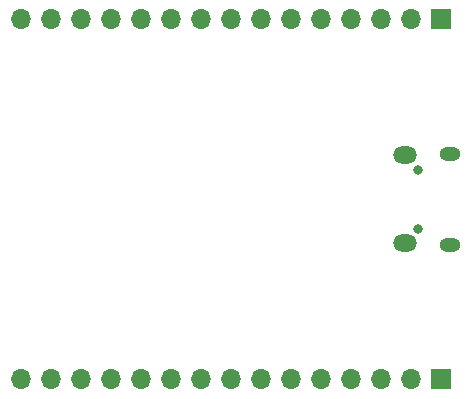
<source format=gbr>
%TF.GenerationSoftware,KiCad,Pcbnew,(5.1.7)-1*%
%TF.CreationDate,2020-11-21T17:57:00+01:00*%
%TF.ProjectId,SimpleTM32,53696d70-6c65-4544-9d33-322e6b696361,rev?*%
%TF.SameCoordinates,Original*%
%TF.FileFunction,Soldermask,Bot*%
%TF.FilePolarity,Negative*%
%FSLAX46Y46*%
G04 Gerber Fmt 4.6, Leading zero omitted, Abs format (unit mm)*
G04 Created by KiCad (PCBNEW (5.1.7)-1) date 2020-11-21 17:57:00*
%MOMM*%
%LPD*%
G01*
G04 APERTURE LIST*
%ADD10O,1.700000X1.700000*%
%ADD11R,1.700000X1.700000*%
%ADD12O,0.800000X0.800000*%
%ADD13O,1.800000X1.150000*%
%ADD14O,2.000000X1.450000*%
G04 APERTURE END LIST*
D10*
%TO.C,J3*%
X55880000Y-60960000D03*
X58420000Y-60960000D03*
X60960000Y-60960000D03*
X63500000Y-60960000D03*
X66040000Y-60960000D03*
X68580000Y-60960000D03*
X71120000Y-60960000D03*
X73660000Y-60960000D03*
X76200000Y-60960000D03*
X78740000Y-60960000D03*
X81280000Y-60960000D03*
X83820000Y-60960000D03*
X86360000Y-60960000D03*
X88900000Y-60960000D03*
D11*
X91440000Y-60960000D03*
%TD*%
D10*
%TO.C,J2*%
X55880000Y-30480000D03*
X58420000Y-30480000D03*
X60960000Y-30480000D03*
X63500000Y-30480000D03*
X66040000Y-30480000D03*
X68580000Y-30480000D03*
X71120000Y-30480000D03*
X73660000Y-30480000D03*
X76200000Y-30480000D03*
X78740000Y-30480000D03*
X81280000Y-30480000D03*
X83820000Y-30480000D03*
X86360000Y-30480000D03*
X88900000Y-30480000D03*
D11*
X91440000Y-30480000D03*
%TD*%
D12*
%TO.C,J1*%
X89450000Y-43220000D03*
X89450000Y-48220000D03*
D13*
X92200000Y-41845000D03*
X92200000Y-49595000D03*
D14*
X88400000Y-41995000D03*
X88400000Y-49445000D03*
%TD*%
M02*

</source>
